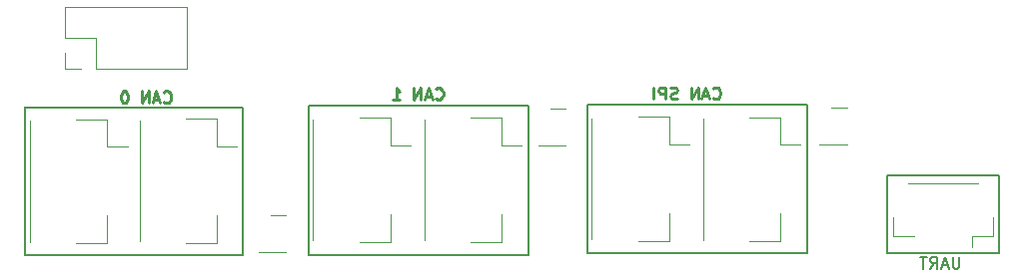
<source format=gbr>
%TF.GenerationSoftware,KiCad,Pcbnew,7.0.8*%
%TF.CreationDate,2024-02-06T22:23:07+01:00*%
%TF.ProjectId,HatV3,48617456-332e-46b6-9963-61645f706362,V2*%
%TF.SameCoordinates,Original*%
%TF.FileFunction,Legend,Bot*%
%TF.FilePolarity,Positive*%
%FSLAX46Y46*%
G04 Gerber Fmt 4.6, Leading zero omitted, Abs format (unit mm)*
G04 Created by KiCad (PCBNEW 7.0.8) date 2024-02-06 22:23:07*
%MOMM*%
%LPD*%
G01*
G04 APERTURE LIST*
%ADD10C,0.150000*%
%ADD11C,0.250000*%
%ADD12C,0.120000*%
G04 APERTURE END LIST*
D10*
X156743400Y-102031800D02*
X175336200Y-102031800D01*
X182143400Y-108000800D02*
X182143400Y-114604800D01*
X182143400Y-114604800D02*
X191592200Y-114604800D01*
X175336200Y-114579400D02*
X156768800Y-114579400D01*
X127533400Y-102260400D02*
X109093000Y-102260400D01*
X191592200Y-108000800D02*
X182143400Y-108000800D01*
X109093000Y-114782600D02*
X127533400Y-114782600D01*
X175336200Y-102031800D02*
X175336200Y-114579400D01*
X109093000Y-102184200D02*
X109093000Y-114782600D01*
X156768800Y-114579400D02*
X156768800Y-102031800D01*
X133096000Y-102158800D02*
X133096000Y-114757200D01*
X133096000Y-114757200D02*
X151739600Y-114757200D01*
X151739600Y-102108000D02*
X133096000Y-102108000D01*
X127533400Y-114782600D02*
X127533400Y-102260400D01*
X151739600Y-114757200D02*
X151739600Y-102108000D01*
X191592200Y-114604800D02*
X191592200Y-108000800D01*
D11*
X167377203Y-101420180D02*
X167424822Y-101467800D01*
X167424822Y-101467800D02*
X167567679Y-101515419D01*
X167567679Y-101515419D02*
X167662917Y-101515419D01*
X167662917Y-101515419D02*
X167805774Y-101467800D01*
X167805774Y-101467800D02*
X167901012Y-101372561D01*
X167901012Y-101372561D02*
X167948631Y-101277323D01*
X167948631Y-101277323D02*
X167996250Y-101086847D01*
X167996250Y-101086847D02*
X167996250Y-100943990D01*
X167996250Y-100943990D02*
X167948631Y-100753514D01*
X167948631Y-100753514D02*
X167901012Y-100658276D01*
X167901012Y-100658276D02*
X167805774Y-100563038D01*
X167805774Y-100563038D02*
X167662917Y-100515419D01*
X167662917Y-100515419D02*
X167567679Y-100515419D01*
X167567679Y-100515419D02*
X167424822Y-100563038D01*
X167424822Y-100563038D02*
X167377203Y-100610657D01*
X166996250Y-101229704D02*
X166520060Y-101229704D01*
X167091488Y-101515419D02*
X166758155Y-100515419D01*
X166758155Y-100515419D02*
X166424822Y-101515419D01*
X166091488Y-101515419D02*
X166091488Y-100515419D01*
X166091488Y-100515419D02*
X165520060Y-101515419D01*
X165520060Y-101515419D02*
X165520060Y-100515419D01*
X164329583Y-101467800D02*
X164186726Y-101515419D01*
X164186726Y-101515419D02*
X163948631Y-101515419D01*
X163948631Y-101515419D02*
X163853393Y-101467800D01*
X163853393Y-101467800D02*
X163805774Y-101420180D01*
X163805774Y-101420180D02*
X163758155Y-101324942D01*
X163758155Y-101324942D02*
X163758155Y-101229704D01*
X163758155Y-101229704D02*
X163805774Y-101134466D01*
X163805774Y-101134466D02*
X163853393Y-101086847D01*
X163853393Y-101086847D02*
X163948631Y-101039228D01*
X163948631Y-101039228D02*
X164139107Y-100991609D01*
X164139107Y-100991609D02*
X164234345Y-100943990D01*
X164234345Y-100943990D02*
X164281964Y-100896371D01*
X164281964Y-100896371D02*
X164329583Y-100801133D01*
X164329583Y-100801133D02*
X164329583Y-100705895D01*
X164329583Y-100705895D02*
X164281964Y-100610657D01*
X164281964Y-100610657D02*
X164234345Y-100563038D01*
X164234345Y-100563038D02*
X164139107Y-100515419D01*
X164139107Y-100515419D02*
X163901012Y-100515419D01*
X163901012Y-100515419D02*
X163758155Y-100563038D01*
X163329583Y-101515419D02*
X163329583Y-100515419D01*
X163329583Y-100515419D02*
X162948631Y-100515419D01*
X162948631Y-100515419D02*
X162853393Y-100563038D01*
X162853393Y-100563038D02*
X162805774Y-100610657D01*
X162805774Y-100610657D02*
X162758155Y-100705895D01*
X162758155Y-100705895D02*
X162758155Y-100848752D01*
X162758155Y-100848752D02*
X162805774Y-100943990D01*
X162805774Y-100943990D02*
X162853393Y-100991609D01*
X162853393Y-100991609D02*
X162948631Y-101039228D01*
X162948631Y-101039228D02*
X163329583Y-101039228D01*
X162329583Y-101515419D02*
X162329583Y-100515419D01*
X143882203Y-101470980D02*
X143929822Y-101518600D01*
X143929822Y-101518600D02*
X144072679Y-101566219D01*
X144072679Y-101566219D02*
X144167917Y-101566219D01*
X144167917Y-101566219D02*
X144310774Y-101518600D01*
X144310774Y-101518600D02*
X144406012Y-101423361D01*
X144406012Y-101423361D02*
X144453631Y-101328123D01*
X144453631Y-101328123D02*
X144501250Y-101137647D01*
X144501250Y-101137647D02*
X144501250Y-100994790D01*
X144501250Y-100994790D02*
X144453631Y-100804314D01*
X144453631Y-100804314D02*
X144406012Y-100709076D01*
X144406012Y-100709076D02*
X144310774Y-100613838D01*
X144310774Y-100613838D02*
X144167917Y-100566219D01*
X144167917Y-100566219D02*
X144072679Y-100566219D01*
X144072679Y-100566219D02*
X143929822Y-100613838D01*
X143929822Y-100613838D02*
X143882203Y-100661457D01*
X143501250Y-101280504D02*
X143025060Y-101280504D01*
X143596488Y-101566219D02*
X143263155Y-100566219D01*
X143263155Y-100566219D02*
X142929822Y-101566219D01*
X142596488Y-101566219D02*
X142596488Y-100566219D01*
X142596488Y-100566219D02*
X142025060Y-101566219D01*
X142025060Y-101566219D02*
X142025060Y-100566219D01*
X140263155Y-101566219D02*
X140834583Y-101566219D01*
X140548869Y-101566219D02*
X140548869Y-100566219D01*
X140548869Y-100566219D02*
X140644107Y-100709076D01*
X140644107Y-100709076D02*
X140739345Y-100804314D01*
X140739345Y-100804314D02*
X140834583Y-100851933D01*
X120819003Y-101750380D02*
X120866622Y-101798000D01*
X120866622Y-101798000D02*
X121009479Y-101845619D01*
X121009479Y-101845619D02*
X121104717Y-101845619D01*
X121104717Y-101845619D02*
X121247574Y-101798000D01*
X121247574Y-101798000D02*
X121342812Y-101702761D01*
X121342812Y-101702761D02*
X121390431Y-101607523D01*
X121390431Y-101607523D02*
X121438050Y-101417047D01*
X121438050Y-101417047D02*
X121438050Y-101274190D01*
X121438050Y-101274190D02*
X121390431Y-101083714D01*
X121390431Y-101083714D02*
X121342812Y-100988476D01*
X121342812Y-100988476D02*
X121247574Y-100893238D01*
X121247574Y-100893238D02*
X121104717Y-100845619D01*
X121104717Y-100845619D02*
X121009479Y-100845619D01*
X121009479Y-100845619D02*
X120866622Y-100893238D01*
X120866622Y-100893238D02*
X120819003Y-100940857D01*
X120438050Y-101559904D02*
X119961860Y-101559904D01*
X120533288Y-101845619D02*
X120199955Y-100845619D01*
X120199955Y-100845619D02*
X119866622Y-101845619D01*
X119533288Y-101845619D02*
X119533288Y-100845619D01*
X119533288Y-100845619D02*
X118961860Y-101845619D01*
X118961860Y-101845619D02*
X118961860Y-100845619D01*
X117533288Y-100845619D02*
X117438050Y-100845619D01*
X117438050Y-100845619D02*
X117342812Y-100893238D01*
X117342812Y-100893238D02*
X117295193Y-100940857D01*
X117295193Y-100940857D02*
X117247574Y-101036095D01*
X117247574Y-101036095D02*
X117199955Y-101226571D01*
X117199955Y-101226571D02*
X117199955Y-101464666D01*
X117199955Y-101464666D02*
X117247574Y-101655142D01*
X117247574Y-101655142D02*
X117295193Y-101750380D01*
X117295193Y-101750380D02*
X117342812Y-101798000D01*
X117342812Y-101798000D02*
X117438050Y-101845619D01*
X117438050Y-101845619D02*
X117533288Y-101845619D01*
X117533288Y-101845619D02*
X117628526Y-101798000D01*
X117628526Y-101798000D02*
X117676145Y-101750380D01*
X117676145Y-101750380D02*
X117723764Y-101655142D01*
X117723764Y-101655142D02*
X117771383Y-101464666D01*
X117771383Y-101464666D02*
X117771383Y-101226571D01*
X117771383Y-101226571D02*
X117723764Y-101036095D01*
X117723764Y-101036095D02*
X117676145Y-100940857D01*
X117676145Y-100940857D02*
X117628526Y-100893238D01*
X117628526Y-100893238D02*
X117533288Y-100845619D01*
D10*
X188258220Y-114922419D02*
X188258220Y-115731942D01*
X188258220Y-115731942D02*
X188210601Y-115827180D01*
X188210601Y-115827180D02*
X188162982Y-115874800D01*
X188162982Y-115874800D02*
X188067744Y-115922419D01*
X188067744Y-115922419D02*
X187877268Y-115922419D01*
X187877268Y-115922419D02*
X187782030Y-115874800D01*
X187782030Y-115874800D02*
X187734411Y-115827180D01*
X187734411Y-115827180D02*
X187686792Y-115731942D01*
X187686792Y-115731942D02*
X187686792Y-114922419D01*
X187258220Y-115636704D02*
X186782030Y-115636704D01*
X187353458Y-115922419D02*
X187020125Y-114922419D01*
X187020125Y-114922419D02*
X186686792Y-115922419D01*
X185782030Y-115922419D02*
X186115363Y-115446228D01*
X186353458Y-115922419D02*
X186353458Y-114922419D01*
X186353458Y-114922419D02*
X185972506Y-114922419D01*
X185972506Y-114922419D02*
X185877268Y-114970038D01*
X185877268Y-114970038D02*
X185829649Y-115017657D01*
X185829649Y-115017657D02*
X185782030Y-115112895D01*
X185782030Y-115112895D02*
X185782030Y-115255752D01*
X185782030Y-115255752D02*
X185829649Y-115350990D01*
X185829649Y-115350990D02*
X185877268Y-115398609D01*
X185877268Y-115398609D02*
X185972506Y-115446228D01*
X185972506Y-115446228D02*
X186353458Y-115446228D01*
X185496315Y-114922419D02*
X184924887Y-114922419D01*
X185210601Y-115922419D02*
X185210601Y-114922419D01*
D12*
%TO.C,U8*%
X178071678Y-102225178D02*
X177421678Y-102225178D01*
X178071678Y-102225178D02*
X178721678Y-102225178D01*
X178071678Y-105345178D02*
X176396678Y-105345178D01*
X178071678Y-105345178D02*
X178721678Y-105345178D01*
%TO.C,J8*%
X163667978Y-103031578D02*
X163667978Y-105381578D01*
X161037978Y-103031578D02*
X163667978Y-103031578D01*
X157097978Y-103141578D02*
X157097978Y-113441578D01*
X163667978Y-105381578D02*
X165377978Y-105381578D01*
X163667978Y-113551578D02*
X163667978Y-111201578D01*
X161037978Y-113551578D02*
X163667978Y-113551578D01*
%TO.C,J4*%
X149466400Y-103121800D02*
X149466400Y-105471800D01*
X146836400Y-103121800D02*
X149466400Y-103121800D01*
X142896400Y-103231800D02*
X142896400Y-113531800D01*
X149466400Y-105471800D02*
X151176400Y-105471800D01*
X149466400Y-113641800D02*
X149466400Y-111291800D01*
X146836400Y-113641800D02*
X149466400Y-113641800D01*
%TO.C,J3*%
X140057422Y-103136222D02*
X140057422Y-105486222D01*
X137427422Y-103136222D02*
X140057422Y-103136222D01*
X133487422Y-103246222D02*
X133487422Y-113546222D01*
X140057422Y-105486222D02*
X141767422Y-105486222D01*
X140057422Y-113656222D02*
X140057422Y-111306222D01*
X137427422Y-113656222D02*
X140057422Y-113656222D01*
%TO.C,J6*%
X122768238Y-93715962D02*
X122768238Y-98915962D01*
X112488238Y-93715962D02*
X122768238Y-93715962D01*
X112488238Y-93715962D02*
X112488238Y-96315962D01*
X115088238Y-96315962D02*
X115088238Y-98915962D01*
X112488238Y-96315962D02*
X115088238Y-96315962D01*
X112488238Y-97585962D02*
X112488238Y-98915962D01*
X115088238Y-98915962D02*
X122768238Y-98915962D01*
X112488238Y-98915962D02*
X113818238Y-98915962D01*
%TO.C,J7*%
X191107400Y-113182400D02*
X189307400Y-113182400D01*
X191107400Y-111582400D02*
X191107400Y-113182400D01*
X189837400Y-108712400D02*
X183907400Y-108712400D01*
X189307400Y-113182400D02*
X189307400Y-114122400D01*
X182637400Y-113182400D02*
X184437400Y-113182400D01*
X182637400Y-111582400D02*
X182637400Y-113182400D01*
%TO.C,U4*%
X154251900Y-102336200D02*
X153601900Y-102336200D01*
X154251900Y-102336200D02*
X154901900Y-102336200D01*
X154251900Y-105456200D02*
X152576900Y-105456200D01*
X154251900Y-105456200D02*
X154901900Y-105456200D01*
%TO.C,J9*%
X173084578Y-103071378D02*
X173084578Y-105421378D01*
X170454578Y-103071378D02*
X173084578Y-103071378D01*
X166514578Y-103181378D02*
X166514578Y-113481378D01*
X173084578Y-105421378D02*
X174794578Y-105421378D01*
X173084578Y-113591378D02*
X173084578Y-111241378D01*
X170454578Y-113591378D02*
X173084578Y-113591378D01*
%TO.C,U2*%
X130517322Y-111393022D02*
X129867322Y-111393022D01*
X130517322Y-111393022D02*
X131167322Y-111393022D01*
X130517322Y-114513022D02*
X128842322Y-114513022D01*
X130517322Y-114513022D02*
X131167322Y-114513022D01*
%TO.C,J2*%
X125342822Y-103212422D02*
X125342822Y-105562422D01*
X122712822Y-103212422D02*
X125342822Y-103212422D01*
X118772822Y-103322422D02*
X118772822Y-113622422D01*
X125342822Y-105562422D02*
X127052822Y-105562422D01*
X125342822Y-113732422D02*
X125342822Y-111382422D01*
X122712822Y-113732422D02*
X125342822Y-113732422D01*
%TO.C,J1*%
X116037022Y-103236822D02*
X116037022Y-105586822D01*
X113407022Y-103236822D02*
X116037022Y-103236822D01*
X109467022Y-103346822D02*
X109467022Y-113646822D01*
X116037022Y-105586822D02*
X117747022Y-105586822D01*
X116037022Y-113756822D02*
X116037022Y-111406822D01*
X113407022Y-113756822D02*
X116037022Y-113756822D01*
%TD*%
M02*

</source>
